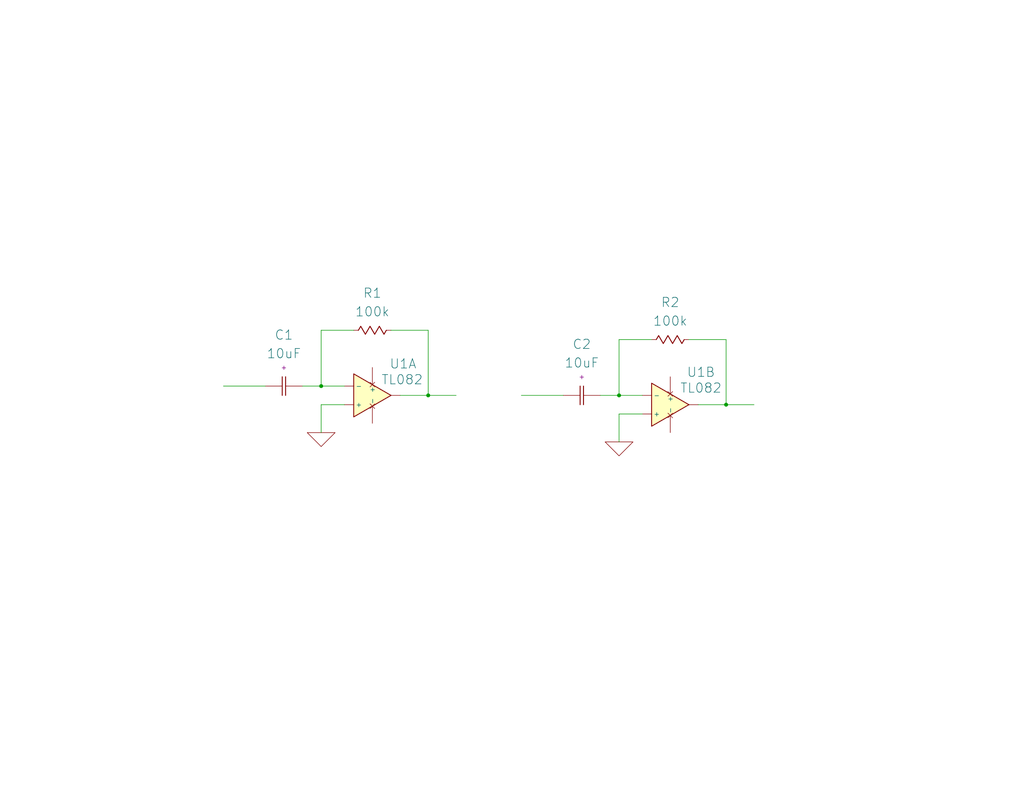
<source format=kicad_sch>
(kicad_sch (version 20250114) (generator "eeschema") (generator_version "9.0")
  (paper "USLetter")
  (title_block (title "Differentiator") (date "2025-03-11") (company "Landen Points"))
  (lib_symbols
    (symbol "PCM_Generic:C,IEC" (pin_numbers (hide yes)) (pin_names (offset 0) (hide yes))
      (property "Reference" "C" (at 2.54 2.54 0))
      (property "Value" "C,IEC" (at 2.54 -2.54 0))
      (property "Indicator" "+" (at -2.54 2.54 0))
      (symbol "C,IEC_1_1"
        (polyline (pts (xy -2.54 0.4572) (xy 2.54 0.4572)) (stroke (width 0.254)))
        (polyline (pts (xy -2.54 -0.4572) (xy 2.54 -0.4572)) (stroke (width 0.254)))
        (pin passive line (at 0 5.08 270) (length 4.6228) (name "+") (number "1"))
        (pin passive line (at 0 -5.08 90) (length 4.6228) (name "-") (number "2"))
      )
    )
    (symbol "PCM_Generic:P,GND" (power) (pin_numbers (hide yes)) (pin_names (offset 3.81))
      (symbol "P,GND_1_1"
        (polyline (pts (xy 0 -3.81) (xy 3.81 0) (xy -3.81 0) (xy 0 -3.81)))
        (pin power_in line (at 0 0 0) (length 0) (hide yes) (name "GND") (number "0"))
      )
    )
    (symbol "PCM_Generic:R,IEEE" (pin_numbers (hide yes)) (pin_names (offset 0) (hide yes))
      (property "Reference" "R" (at 2.54 2.54 0))
      (property "Value" "R,IEEE" (at 2.54 -2.54 0))
      (symbol "R,IEEE_1_1"
        (polyline (pts (xy 0 3.81) (xy 1.0922 3.175) (xy -1.0922 1.905) (xy 1.0922 0.635) (xy -1.0922 -0.635) (xy 1.0922 -1.905) (xy -1.0922 -3.175) (xy 0 -3.81)) (stroke (width 0.254)))
        (pin passive line (at 0 5.08 270) (length 1.27) (name "+") (number "1"))
        (pin passive line (at 0 -5.08 90) (length 1.27) (name "-") (number "2"))
      )
    )
    (symbol "PCM_Generic:X-opamp,IEEE" (pin_numbers (hide yes))
      (property "Reference" "U" (at 6.35 3.81 0))
      (property "Value" "${SIM.PARAMS}" (at 6.35 -3.81 0))
      (symbol "X-opamp,IEEE_1_1"
        (polyline (pts (xy 5.08 0) (xy -5.08 5.8674) (xy -5.08 -5.8674) (xy 5.08 0)) (stroke (width 0.254)) (fill (type background)))
        (pin input line (at -7.62 2.54 0) (length 2.54) (name "-") (number "2"))
        (pin input line (at -7.62 -2.54 0) (length 2.54) (name "+") (number "1"))
        (pin power_in non_logic (at 0 7.62 270) (length 4.6736) (name "+") (number "3"))
        (pin power_in non_logic (at 0 -7.62 90) (length 4.6736) (name "-") (number "4"))
        (pin output line (at 7.62 0 180) (length 2.54) (name "OUT") (number "5"))
      )
    )
  )
  (junction (at 168.91 107.95))
  (junction (at 87.63 105.41))
  (junction (at 116.84 107.95))
  (junction (at 198.12 110.49))
  (wire (pts (xy 168.91 107.95) (xy 175.26 107.95)))
  (wire (pts (xy 87.63 90.17) (xy 87.63 105.41)))
  (wire (pts (xy 198.12 110.49) (xy 205.74 110.49)))
  (wire (pts (xy 87.63 105.41) (xy 93.98 105.41)))
  (wire (pts (xy 190.5 110.49) (xy 198.12 110.49)))
  (wire (pts (xy 87.63 90.17) (xy 96.52 90.17)))
  (wire (pts (xy 93.98 110.49) (xy 87.63 110.49)))
  (wire (pts (xy 106.68 90.17) (xy 116.84 90.17)))
  (wire (pts (xy 142.24 107.95) (xy 153.67 107.95)))
  (wire (pts (xy 168.91 92.71) (xy 168.91 107.95)))
  (wire (pts (xy 198.12 92.71) (xy 198.12 110.49)))
  (wire (pts (xy 175.26 113.03) (xy 168.91 113.03)))
  (wire (pts (xy 109.22 107.95) (xy 116.84 107.95)))
  (wire (pts (xy 116.84 90.17) (xy 116.84 107.95)))
  (wire (pts (xy 187.96 92.71) (xy 198.12 92.71)))
  (wire (pts (xy 168.91 113.03) (xy 168.91 120.65)))
  (wire (pts (xy 87.63 110.49) (xy 87.63 118.11)))
  (wire (pts (xy 82.55 105.41) (xy 87.63 105.41)))
  (wire (pts (xy 163.83 107.95) (xy 168.91 107.95)))
  (wire (pts (xy 60.96 105.41) (xy 72.39 105.41)))
  (wire (pts (xy 168.91 92.71) (xy 177.8 92.71)))
  (wire (pts (xy 116.84 107.95) (xy 124.46 107.95)))
  (symbol (lib_id "PCM_Generic:R,IEEE") (at 182.88 92.71 90) (unit 1)
    (property "Reference" "R2" (at 182.88 82.55 90) (effects (font (size 2.54 2.54))))
    (property "Value" "100k" (at 182.88 87.63 90) (effects (font (size 2.54 2.54))))
    (property "Description" "resistor (IEEE zigzag)" (effects (hide yes)))
    (property "Indicator" "+" (effects (hide yes)))
  )
  (symbol (lib_id "PCM_Generic:R,IEEE") (at 101.6 90.17 90) (unit 1)
    (property "Reference" "R1" (at 101.6 80.01 90) (effects (font (size 2.54 2.54))))
    (property "Value" "100k" (at 101.6 85.09 90) (effects (font (size 2.54 2.54))))
    (property "Description" "resistor (IEEE zigzag)" (effects (hide yes)))
    (property "Indicator" "+" (effects (hide yes)))
  )
  (symbol (lib_id "PCM_Generic:X-opamp,IEEE") (at 182.88 110.49 0) (unit 1)
    (property "Reference" "U1B" (at 191.262 101.6 0) (effects (font (size 2.54 2.54))))
    (property "Value" "TL082" (at 191.262 105.918 0) (effects (font (size 2.54 2.54))))
    (property "Description" "operational amplifier (opamp); voltage comparator (IEEE triangle)" (effects (hide yes)))
    (property "Sim.Pins" "1=1 2=2 3=3 4=4 5=5" (effects (hide yes)))
    (property "Sim.Device" "SPICE" (effects (hide yes)))
    (property "Sim.Params" "type=\"X\" model=\"X-opamp,IEEE\" lib=\"\"" (effects (hide yes)))
  )
  (symbol (lib_id "PCM_Generic:P,GND") (at 87.63 118.11 0) (unit 1)
    (property "Reference" "#PWR01" (effects (hide yes)))
    (property "Value" "P,GND" (effects (hide yes)))
    (property "Description" "compatibility ground/earth; protective (equipotential) bonding (PB); equipotentiality" (effects (hide yes)))
  )
  (symbol (lib_id "PCM_Generic:P,GND") (at 168.91 120.65 0) (unit 1)
    (property "Reference" "#PWR02" (effects (hide yes)))
    (property "Value" "P,GND" (effects (hide yes)))
    (property "Description" "compatibility ground/earth; protective (equipotential) bonding (PB); equipotentiality" (effects (hide yes)))
  )
  (symbol (lib_id "PCM_Generic:C,IEC") (at 158.75 107.95 90) (unit 1)
    (property "Reference" "C2" (at 158.75 93.98 90) (effects (font (size 2.54 2.54))))
    (property "Value" "10uF" (at 158.75 99.06 90) (effects (font (size 2.54 2.54))))
    (property "Description" "capacitor, non-polarized/polar(ized)/bipolar (IEC)" (effects (hide yes)))
    (property "Indicator" "+" (at 158.75 102.87 90))
  )
  (symbol (lib_id "PCM_Generic:X-opamp,IEEE") (at 101.6 107.95 0) (unit 1)
    (property "Reference" "U1A" (at 109.982 99.314 0) (effects (font (size 2.54 2.54))))
    (property "Value" "TL082" (at 109.728 103.632 0) (effects (font (size 2.54 2.54))))
    (property "Description" "operational amplifier (opamp); voltage comparator (IEEE triangle)" (effects (hide yes)))
    (property "Sim.Pins" "1=1 2=2 3=3 4=4 5=5" (effects (hide yes)))
    (property "Sim.Device" "SPICE" (effects (hide yes)))
    (property "Sim.Params" "type=\"X\" model=\"X-opamp,IEEE\" lib=\"\"" (effects (hide yes)))
  )
  (symbol (lib_id "PCM_Generic:C,IEC") (at 77.47 105.41 90) (unit 1)
    (property "Reference" "C1" (at 77.47 91.44 90) (effects (font (size 2.54 2.54))))
    (property "Value" "10uF" (at 77.47 96.52 90) (effects (font (size 2.54 2.54))))
    (property "Description" "capacitor, non-polarized/polar(ized)/bipolar (IEC)" (effects (hide yes)))
    (property "Indicator" "+" (at 77.47 100.33 90))
  )
)
</source>
